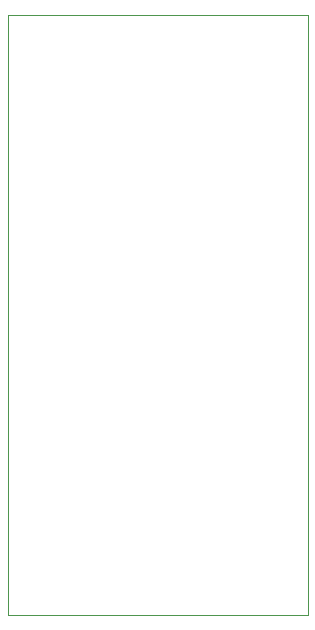
<source format=gbr>
G04 Layer_Color=0*
%FSLAX25Y25*%
%MOIN*%
%TF.FileFunction,Profile*%
%TF.Part,Single*%
G01*
G75*
%TA.AperFunction,Profile*%
%ADD18C,0.00100*%
D18*
X0Y0D02*
Y200000D01*
X100000D01*
Y0D01*
X0D01*
%TF.MD5,AE4430FF2A068ED93E85ACA03C5C6F2B*%
M02*

</source>
